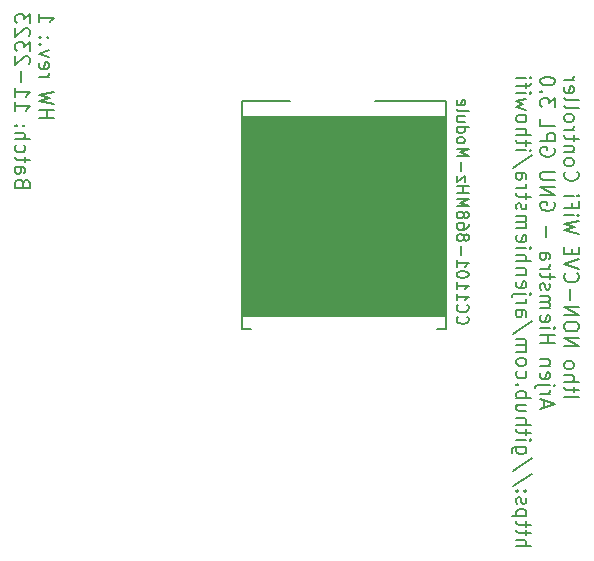
<source format=gbo>
G04 #@! TF.GenerationSoftware,KiCad,Pcbnew,(7.0.0-0)*
G04 #@! TF.CreationDate,2023-06-06T23:20:23+02:00*
G04 #@! TF.ProjectId,ithowifi_4l,6974686f-7769-4666-995f-346c2e6b6963,rev?*
G04 #@! TF.SameCoordinates,Original*
G04 #@! TF.FileFunction,Legend,Bot*
G04 #@! TF.FilePolarity,Positive*
%FSLAX46Y46*%
G04 Gerber Fmt 4.6, Leading zero omitted, Abs format (unit mm)*
G04 Created by KiCad (PCBNEW (7.0.0-0)) date 2023-06-06 23:20:23*
%MOMM*%
%LPD*%
G01*
G04 APERTURE LIST*
%ADD10C,0.100000*%
%ADD11C,0.200000*%
%ADD12C,0.150000*%
G04 APERTURE END LIST*
D10*
G36*
X103202000Y-135417558D02*
G01*
X85955400Y-135417558D01*
X85930000Y-118450358D01*
X103202000Y-118450358D01*
X103202000Y-135417558D01*
G37*
X103202000Y-135417558D02*
X85955400Y-135417558D01*
X85930000Y-118450358D01*
X103202000Y-118450358D01*
X103202000Y-135417558D01*
D11*
X113193763Y-142275796D02*
X114439763Y-142275796D01*
X114024430Y-141860463D02*
X114024430Y-141385796D01*
X114439763Y-141682463D02*
X113371763Y-141682463D01*
X113371763Y-141682463D02*
X113253096Y-141623130D01*
X113253096Y-141623130D02*
X113193763Y-141504463D01*
X113193763Y-141504463D02*
X113193763Y-141385796D01*
X113193763Y-140970463D02*
X114439763Y-140970463D01*
X113193763Y-140436463D02*
X113846430Y-140436463D01*
X113846430Y-140436463D02*
X113965096Y-140495796D01*
X113965096Y-140495796D02*
X114024430Y-140614463D01*
X114024430Y-140614463D02*
X114024430Y-140792463D01*
X114024430Y-140792463D02*
X113965096Y-140911130D01*
X113965096Y-140911130D02*
X113905763Y-140970463D01*
X113193763Y-139665130D02*
X113253096Y-139783797D01*
X113253096Y-139783797D02*
X113312430Y-139843130D01*
X113312430Y-139843130D02*
X113431096Y-139902463D01*
X113431096Y-139902463D02*
X113787096Y-139902463D01*
X113787096Y-139902463D02*
X113905763Y-139843130D01*
X113905763Y-139843130D02*
X113965096Y-139783797D01*
X113965096Y-139783797D02*
X114024430Y-139665130D01*
X114024430Y-139665130D02*
X114024430Y-139487130D01*
X114024430Y-139487130D02*
X113965096Y-139368463D01*
X113965096Y-139368463D02*
X113905763Y-139309130D01*
X113905763Y-139309130D02*
X113787096Y-139249797D01*
X113787096Y-139249797D02*
X113431096Y-139249797D01*
X113431096Y-139249797D02*
X113312430Y-139309130D01*
X113312430Y-139309130D02*
X113253096Y-139368463D01*
X113253096Y-139368463D02*
X113193763Y-139487130D01*
X113193763Y-139487130D02*
X113193763Y-139665130D01*
X113193763Y-137968197D02*
X114439763Y-137968197D01*
X114439763Y-137968197D02*
X113193763Y-137256197D01*
X113193763Y-137256197D02*
X114439763Y-137256197D01*
X114439763Y-136425531D02*
X114439763Y-136188197D01*
X114439763Y-136188197D02*
X114380430Y-136069531D01*
X114380430Y-136069531D02*
X114261763Y-135950864D01*
X114261763Y-135950864D02*
X114024430Y-135891531D01*
X114024430Y-135891531D02*
X113609096Y-135891531D01*
X113609096Y-135891531D02*
X113371763Y-135950864D01*
X113371763Y-135950864D02*
X113253096Y-136069531D01*
X113253096Y-136069531D02*
X113193763Y-136188197D01*
X113193763Y-136188197D02*
X113193763Y-136425531D01*
X113193763Y-136425531D02*
X113253096Y-136544197D01*
X113253096Y-136544197D02*
X113371763Y-136662864D01*
X113371763Y-136662864D02*
X113609096Y-136722197D01*
X113609096Y-136722197D02*
X114024430Y-136722197D01*
X114024430Y-136722197D02*
X114261763Y-136662864D01*
X114261763Y-136662864D02*
X114380430Y-136544197D01*
X114380430Y-136544197D02*
X114439763Y-136425531D01*
X113193763Y-135357531D02*
X114439763Y-135357531D01*
X114439763Y-135357531D02*
X113193763Y-134645531D01*
X113193763Y-134645531D02*
X114439763Y-134645531D01*
X113668430Y-134052198D02*
X113668430Y-133102865D01*
X113312430Y-131797531D02*
X113253096Y-131856864D01*
X113253096Y-131856864D02*
X113193763Y-132034864D01*
X113193763Y-132034864D02*
X113193763Y-132153531D01*
X113193763Y-132153531D02*
X113253096Y-132331531D01*
X113253096Y-132331531D02*
X113371763Y-132450198D01*
X113371763Y-132450198D02*
X113490430Y-132509531D01*
X113490430Y-132509531D02*
X113727763Y-132568864D01*
X113727763Y-132568864D02*
X113905763Y-132568864D01*
X113905763Y-132568864D02*
X114143096Y-132509531D01*
X114143096Y-132509531D02*
X114261763Y-132450198D01*
X114261763Y-132450198D02*
X114380430Y-132331531D01*
X114380430Y-132331531D02*
X114439763Y-132153531D01*
X114439763Y-132153531D02*
X114439763Y-132034864D01*
X114439763Y-132034864D02*
X114380430Y-131856864D01*
X114380430Y-131856864D02*
X114321096Y-131797531D01*
X114439763Y-131441531D02*
X113193763Y-131026198D01*
X113193763Y-131026198D02*
X114439763Y-130610864D01*
X113846430Y-130195531D02*
X113846430Y-129780198D01*
X113193763Y-129602198D02*
X113193763Y-130195531D01*
X113193763Y-130195531D02*
X114439763Y-130195531D01*
X114439763Y-130195531D02*
X114439763Y-129602198D01*
X114439763Y-128439265D02*
X113193763Y-128142598D01*
X113193763Y-128142598D02*
X114083763Y-127905265D01*
X114083763Y-127905265D02*
X113193763Y-127667931D01*
X113193763Y-127667931D02*
X114439763Y-127371265D01*
X113193763Y-126896598D02*
X114024430Y-126896598D01*
X114439763Y-126896598D02*
X114380430Y-126955931D01*
X114380430Y-126955931D02*
X114321096Y-126896598D01*
X114321096Y-126896598D02*
X114380430Y-126837265D01*
X114380430Y-126837265D02*
X114439763Y-126896598D01*
X114439763Y-126896598D02*
X114321096Y-126896598D01*
X113846430Y-125887932D02*
X113846430Y-126303265D01*
X113193763Y-126303265D02*
X114439763Y-126303265D01*
X114439763Y-126303265D02*
X114439763Y-125709932D01*
X113193763Y-125235265D02*
X114024430Y-125235265D01*
X114439763Y-125235265D02*
X114380430Y-125294598D01*
X114380430Y-125294598D02*
X114321096Y-125235265D01*
X114321096Y-125235265D02*
X114380430Y-125175932D01*
X114380430Y-125175932D02*
X114439763Y-125235265D01*
X114439763Y-125235265D02*
X114321096Y-125235265D01*
X113312430Y-123182332D02*
X113253096Y-123241665D01*
X113253096Y-123241665D02*
X113193763Y-123419665D01*
X113193763Y-123419665D02*
X113193763Y-123538332D01*
X113193763Y-123538332D02*
X113253096Y-123716332D01*
X113253096Y-123716332D02*
X113371763Y-123834999D01*
X113371763Y-123834999D02*
X113490430Y-123894332D01*
X113490430Y-123894332D02*
X113727763Y-123953665D01*
X113727763Y-123953665D02*
X113905763Y-123953665D01*
X113905763Y-123953665D02*
X114143096Y-123894332D01*
X114143096Y-123894332D02*
X114261763Y-123834999D01*
X114261763Y-123834999D02*
X114380430Y-123716332D01*
X114380430Y-123716332D02*
X114439763Y-123538332D01*
X114439763Y-123538332D02*
X114439763Y-123419665D01*
X114439763Y-123419665D02*
X114380430Y-123241665D01*
X114380430Y-123241665D02*
X114321096Y-123182332D01*
X113193763Y-122470332D02*
X113253096Y-122588999D01*
X113253096Y-122588999D02*
X113312430Y-122648332D01*
X113312430Y-122648332D02*
X113431096Y-122707665D01*
X113431096Y-122707665D02*
X113787096Y-122707665D01*
X113787096Y-122707665D02*
X113905763Y-122648332D01*
X113905763Y-122648332D02*
X113965096Y-122588999D01*
X113965096Y-122588999D02*
X114024430Y-122470332D01*
X114024430Y-122470332D02*
X114024430Y-122292332D01*
X114024430Y-122292332D02*
X113965096Y-122173665D01*
X113965096Y-122173665D02*
X113905763Y-122114332D01*
X113905763Y-122114332D02*
X113787096Y-122054999D01*
X113787096Y-122054999D02*
X113431096Y-122054999D01*
X113431096Y-122054999D02*
X113312430Y-122114332D01*
X113312430Y-122114332D02*
X113253096Y-122173665D01*
X113253096Y-122173665D02*
X113193763Y-122292332D01*
X113193763Y-122292332D02*
X113193763Y-122470332D01*
X114024430Y-121520999D02*
X113193763Y-121520999D01*
X113905763Y-121520999D02*
X113965096Y-121461666D01*
X113965096Y-121461666D02*
X114024430Y-121342999D01*
X114024430Y-121342999D02*
X114024430Y-121164999D01*
X114024430Y-121164999D02*
X113965096Y-121046332D01*
X113965096Y-121046332D02*
X113846430Y-120986999D01*
X113846430Y-120986999D02*
X113193763Y-120986999D01*
X114024430Y-120571666D02*
X114024430Y-120096999D01*
X114439763Y-120393666D02*
X113371763Y-120393666D01*
X113371763Y-120393666D02*
X113253096Y-120334333D01*
X113253096Y-120334333D02*
X113193763Y-120215666D01*
X113193763Y-120215666D02*
X113193763Y-120096999D01*
X113193763Y-119681666D02*
X114024430Y-119681666D01*
X113787096Y-119681666D02*
X113905763Y-119622333D01*
X113905763Y-119622333D02*
X113965096Y-119562999D01*
X113965096Y-119562999D02*
X114024430Y-119444333D01*
X114024430Y-119444333D02*
X114024430Y-119325666D01*
X113193763Y-118732333D02*
X113253096Y-118851000D01*
X113253096Y-118851000D02*
X113312430Y-118910333D01*
X113312430Y-118910333D02*
X113431096Y-118969666D01*
X113431096Y-118969666D02*
X113787096Y-118969666D01*
X113787096Y-118969666D02*
X113905763Y-118910333D01*
X113905763Y-118910333D02*
X113965096Y-118851000D01*
X113965096Y-118851000D02*
X114024430Y-118732333D01*
X114024430Y-118732333D02*
X114024430Y-118554333D01*
X114024430Y-118554333D02*
X113965096Y-118435666D01*
X113965096Y-118435666D02*
X113905763Y-118376333D01*
X113905763Y-118376333D02*
X113787096Y-118317000D01*
X113787096Y-118317000D02*
X113431096Y-118317000D01*
X113431096Y-118317000D02*
X113312430Y-118376333D01*
X113312430Y-118376333D02*
X113253096Y-118435666D01*
X113253096Y-118435666D02*
X113193763Y-118554333D01*
X113193763Y-118554333D02*
X113193763Y-118732333D01*
X113193763Y-117605000D02*
X113253096Y-117723667D01*
X113253096Y-117723667D02*
X113371763Y-117783000D01*
X113371763Y-117783000D02*
X114439763Y-117783000D01*
X113193763Y-116952333D02*
X113253096Y-117071000D01*
X113253096Y-117071000D02*
X113371763Y-117130333D01*
X113371763Y-117130333D02*
X114439763Y-117130333D01*
X113253096Y-116002999D02*
X113193763Y-116121666D01*
X113193763Y-116121666D02*
X113193763Y-116358999D01*
X113193763Y-116358999D02*
X113253096Y-116477666D01*
X113253096Y-116477666D02*
X113371763Y-116536999D01*
X113371763Y-116536999D02*
X113846430Y-116536999D01*
X113846430Y-116536999D02*
X113965096Y-116477666D01*
X113965096Y-116477666D02*
X114024430Y-116358999D01*
X114024430Y-116358999D02*
X114024430Y-116121666D01*
X114024430Y-116121666D02*
X113965096Y-116002999D01*
X113965096Y-116002999D02*
X113846430Y-115943666D01*
X113846430Y-115943666D02*
X113727763Y-115943666D01*
X113727763Y-115943666D02*
X113609096Y-116536999D01*
X113193763Y-115409666D02*
X114024430Y-115409666D01*
X113787096Y-115409666D02*
X113905763Y-115350333D01*
X113905763Y-115350333D02*
X113965096Y-115290999D01*
X113965096Y-115290999D02*
X114024430Y-115172333D01*
X114024430Y-115172333D02*
X114024430Y-115053666D01*
X111531243Y-143177664D02*
X111531243Y-142584331D01*
X111175243Y-143296331D02*
X112421243Y-142880998D01*
X112421243Y-142880998D02*
X111175243Y-142465664D01*
X111175243Y-142050331D02*
X112005910Y-142050331D01*
X111768576Y-142050331D02*
X111887243Y-141990998D01*
X111887243Y-141990998D02*
X111946576Y-141931664D01*
X111946576Y-141931664D02*
X112005910Y-141812998D01*
X112005910Y-141812998D02*
X112005910Y-141694331D01*
X112005910Y-141278998D02*
X110937910Y-141278998D01*
X110937910Y-141278998D02*
X110819243Y-141338331D01*
X110819243Y-141338331D02*
X110759910Y-141456998D01*
X110759910Y-141456998D02*
X110759910Y-141516331D01*
X112421243Y-141278998D02*
X112361910Y-141338331D01*
X112361910Y-141338331D02*
X112302576Y-141278998D01*
X112302576Y-141278998D02*
X112361910Y-141219665D01*
X112361910Y-141219665D02*
X112421243Y-141278998D01*
X112421243Y-141278998D02*
X112302576Y-141278998D01*
X111234576Y-140210998D02*
X111175243Y-140329665D01*
X111175243Y-140329665D02*
X111175243Y-140566998D01*
X111175243Y-140566998D02*
X111234576Y-140685665D01*
X111234576Y-140685665D02*
X111353243Y-140744998D01*
X111353243Y-140744998D02*
X111827910Y-140744998D01*
X111827910Y-140744998D02*
X111946576Y-140685665D01*
X111946576Y-140685665D02*
X112005910Y-140566998D01*
X112005910Y-140566998D02*
X112005910Y-140329665D01*
X112005910Y-140329665D02*
X111946576Y-140210998D01*
X111946576Y-140210998D02*
X111827910Y-140151665D01*
X111827910Y-140151665D02*
X111709243Y-140151665D01*
X111709243Y-140151665D02*
X111590576Y-140744998D01*
X112005910Y-139617665D02*
X111175243Y-139617665D01*
X111887243Y-139617665D02*
X111946576Y-139558332D01*
X111946576Y-139558332D02*
X112005910Y-139439665D01*
X112005910Y-139439665D02*
X112005910Y-139261665D01*
X112005910Y-139261665D02*
X111946576Y-139142998D01*
X111946576Y-139142998D02*
X111827910Y-139083665D01*
X111827910Y-139083665D02*
X111175243Y-139083665D01*
X111175243Y-137742732D02*
X112421243Y-137742732D01*
X111827910Y-137742732D02*
X111827910Y-137030732D01*
X111175243Y-137030732D02*
X112421243Y-137030732D01*
X111175243Y-136437399D02*
X112005910Y-136437399D01*
X112421243Y-136437399D02*
X112361910Y-136496732D01*
X112361910Y-136496732D02*
X112302576Y-136437399D01*
X112302576Y-136437399D02*
X112361910Y-136378066D01*
X112361910Y-136378066D02*
X112421243Y-136437399D01*
X112421243Y-136437399D02*
X112302576Y-136437399D01*
X111234576Y-135369399D02*
X111175243Y-135488066D01*
X111175243Y-135488066D02*
X111175243Y-135725399D01*
X111175243Y-135725399D02*
X111234576Y-135844066D01*
X111234576Y-135844066D02*
X111353243Y-135903399D01*
X111353243Y-135903399D02*
X111827910Y-135903399D01*
X111827910Y-135903399D02*
X111946576Y-135844066D01*
X111946576Y-135844066D02*
X112005910Y-135725399D01*
X112005910Y-135725399D02*
X112005910Y-135488066D01*
X112005910Y-135488066D02*
X111946576Y-135369399D01*
X111946576Y-135369399D02*
X111827910Y-135310066D01*
X111827910Y-135310066D02*
X111709243Y-135310066D01*
X111709243Y-135310066D02*
X111590576Y-135903399D01*
X111175243Y-134776066D02*
X112005910Y-134776066D01*
X111887243Y-134776066D02*
X111946576Y-134716733D01*
X111946576Y-134716733D02*
X112005910Y-134598066D01*
X112005910Y-134598066D02*
X112005910Y-134420066D01*
X112005910Y-134420066D02*
X111946576Y-134301399D01*
X111946576Y-134301399D02*
X111827910Y-134242066D01*
X111827910Y-134242066D02*
X111175243Y-134242066D01*
X111827910Y-134242066D02*
X111946576Y-134182733D01*
X111946576Y-134182733D02*
X112005910Y-134064066D01*
X112005910Y-134064066D02*
X112005910Y-133886066D01*
X112005910Y-133886066D02*
X111946576Y-133767399D01*
X111946576Y-133767399D02*
X111827910Y-133708066D01*
X111827910Y-133708066D02*
X111175243Y-133708066D01*
X111234576Y-133174066D02*
X111175243Y-133055400D01*
X111175243Y-133055400D02*
X111175243Y-132818066D01*
X111175243Y-132818066D02*
X111234576Y-132699400D01*
X111234576Y-132699400D02*
X111353243Y-132640066D01*
X111353243Y-132640066D02*
X111412576Y-132640066D01*
X111412576Y-132640066D02*
X111531243Y-132699400D01*
X111531243Y-132699400D02*
X111590576Y-132818066D01*
X111590576Y-132818066D02*
X111590576Y-132996066D01*
X111590576Y-132996066D02*
X111649910Y-133114733D01*
X111649910Y-133114733D02*
X111768576Y-133174066D01*
X111768576Y-133174066D02*
X111827910Y-133174066D01*
X111827910Y-133174066D02*
X111946576Y-133114733D01*
X111946576Y-133114733D02*
X112005910Y-132996066D01*
X112005910Y-132996066D02*
X112005910Y-132818066D01*
X112005910Y-132818066D02*
X111946576Y-132699400D01*
X112005910Y-132284066D02*
X112005910Y-131809399D01*
X112421243Y-132106066D02*
X111353243Y-132106066D01*
X111353243Y-132106066D02*
X111234576Y-132046733D01*
X111234576Y-132046733D02*
X111175243Y-131928066D01*
X111175243Y-131928066D02*
X111175243Y-131809399D01*
X111175243Y-131394066D02*
X112005910Y-131394066D01*
X111768576Y-131394066D02*
X111887243Y-131334733D01*
X111887243Y-131334733D02*
X111946576Y-131275399D01*
X111946576Y-131275399D02*
X112005910Y-131156733D01*
X112005910Y-131156733D02*
X112005910Y-131038066D01*
X111175243Y-130088733D02*
X111827910Y-130088733D01*
X111827910Y-130088733D02*
X111946576Y-130148066D01*
X111946576Y-130148066D02*
X112005910Y-130266733D01*
X112005910Y-130266733D02*
X112005910Y-130504066D01*
X112005910Y-130504066D02*
X111946576Y-130622733D01*
X111234576Y-130088733D02*
X111175243Y-130207400D01*
X111175243Y-130207400D02*
X111175243Y-130504066D01*
X111175243Y-130504066D02*
X111234576Y-130622733D01*
X111234576Y-130622733D02*
X111353243Y-130682066D01*
X111353243Y-130682066D02*
X111471910Y-130682066D01*
X111471910Y-130682066D02*
X111590576Y-130622733D01*
X111590576Y-130622733D02*
X111649910Y-130504066D01*
X111649910Y-130504066D02*
X111649910Y-130207400D01*
X111649910Y-130207400D02*
X111709243Y-130088733D01*
X111649910Y-128747800D02*
X111649910Y-127798467D01*
X112361910Y-125804866D02*
X112421243Y-125923533D01*
X112421243Y-125923533D02*
X112421243Y-126101533D01*
X112421243Y-126101533D02*
X112361910Y-126279533D01*
X112361910Y-126279533D02*
X112243243Y-126398200D01*
X112243243Y-126398200D02*
X112124576Y-126457533D01*
X112124576Y-126457533D02*
X111887243Y-126516866D01*
X111887243Y-126516866D02*
X111709243Y-126516866D01*
X111709243Y-126516866D02*
X111471910Y-126457533D01*
X111471910Y-126457533D02*
X111353243Y-126398200D01*
X111353243Y-126398200D02*
X111234576Y-126279533D01*
X111234576Y-126279533D02*
X111175243Y-126101533D01*
X111175243Y-126101533D02*
X111175243Y-125982866D01*
X111175243Y-125982866D02*
X111234576Y-125804866D01*
X111234576Y-125804866D02*
X111293910Y-125745533D01*
X111293910Y-125745533D02*
X111709243Y-125745533D01*
X111709243Y-125745533D02*
X111709243Y-125982866D01*
X111175243Y-125211533D02*
X112421243Y-125211533D01*
X112421243Y-125211533D02*
X111175243Y-124499533D01*
X111175243Y-124499533D02*
X112421243Y-124499533D01*
X112421243Y-123906200D02*
X111412576Y-123906200D01*
X111412576Y-123906200D02*
X111293910Y-123846867D01*
X111293910Y-123846867D02*
X111234576Y-123787533D01*
X111234576Y-123787533D02*
X111175243Y-123668867D01*
X111175243Y-123668867D02*
X111175243Y-123431533D01*
X111175243Y-123431533D02*
X111234576Y-123312867D01*
X111234576Y-123312867D02*
X111293910Y-123253533D01*
X111293910Y-123253533D02*
X111412576Y-123194200D01*
X111412576Y-123194200D02*
X112421243Y-123194200D01*
X112361910Y-121200600D02*
X112421243Y-121319267D01*
X112421243Y-121319267D02*
X112421243Y-121497267D01*
X112421243Y-121497267D02*
X112361910Y-121675267D01*
X112361910Y-121675267D02*
X112243243Y-121793934D01*
X112243243Y-121793934D02*
X112124576Y-121853267D01*
X112124576Y-121853267D02*
X111887243Y-121912600D01*
X111887243Y-121912600D02*
X111709243Y-121912600D01*
X111709243Y-121912600D02*
X111471910Y-121853267D01*
X111471910Y-121853267D02*
X111353243Y-121793934D01*
X111353243Y-121793934D02*
X111234576Y-121675267D01*
X111234576Y-121675267D02*
X111175243Y-121497267D01*
X111175243Y-121497267D02*
X111175243Y-121378600D01*
X111175243Y-121378600D02*
X111234576Y-121200600D01*
X111234576Y-121200600D02*
X111293910Y-121141267D01*
X111293910Y-121141267D02*
X111709243Y-121141267D01*
X111709243Y-121141267D02*
X111709243Y-121378600D01*
X111175243Y-120607267D02*
X112421243Y-120607267D01*
X112421243Y-120607267D02*
X112421243Y-120132600D01*
X112421243Y-120132600D02*
X112361910Y-120013934D01*
X112361910Y-120013934D02*
X112302576Y-119954600D01*
X112302576Y-119954600D02*
X112183910Y-119895267D01*
X112183910Y-119895267D02*
X112005910Y-119895267D01*
X112005910Y-119895267D02*
X111887243Y-119954600D01*
X111887243Y-119954600D02*
X111827910Y-120013934D01*
X111827910Y-120013934D02*
X111768576Y-120132600D01*
X111768576Y-120132600D02*
X111768576Y-120607267D01*
X111175243Y-118767934D02*
X111175243Y-119361267D01*
X111175243Y-119361267D02*
X112421243Y-119361267D01*
X112421243Y-117723667D02*
X112421243Y-116952333D01*
X112421243Y-116952333D02*
X111946576Y-117367667D01*
X111946576Y-117367667D02*
X111946576Y-117189667D01*
X111946576Y-117189667D02*
X111887243Y-117071000D01*
X111887243Y-117071000D02*
X111827910Y-117011667D01*
X111827910Y-117011667D02*
X111709243Y-116952333D01*
X111709243Y-116952333D02*
X111412576Y-116952333D01*
X111412576Y-116952333D02*
X111293910Y-117011667D01*
X111293910Y-117011667D02*
X111234576Y-117071000D01*
X111234576Y-117071000D02*
X111175243Y-117189667D01*
X111175243Y-117189667D02*
X111175243Y-117545667D01*
X111175243Y-117545667D02*
X111234576Y-117664333D01*
X111234576Y-117664333D02*
X111293910Y-117723667D01*
X111293910Y-116418333D02*
X111234576Y-116359000D01*
X111234576Y-116359000D02*
X111175243Y-116418333D01*
X111175243Y-116418333D02*
X111234576Y-116477666D01*
X111234576Y-116477666D02*
X111293910Y-116418333D01*
X111293910Y-116418333D02*
X111175243Y-116418333D01*
X112421243Y-115587667D02*
X112421243Y-115469000D01*
X112421243Y-115469000D02*
X112361910Y-115350333D01*
X112361910Y-115350333D02*
X112302576Y-115291000D01*
X112302576Y-115291000D02*
X112183910Y-115231667D01*
X112183910Y-115231667D02*
X111946576Y-115172333D01*
X111946576Y-115172333D02*
X111649910Y-115172333D01*
X111649910Y-115172333D02*
X111412576Y-115231667D01*
X111412576Y-115231667D02*
X111293910Y-115291000D01*
X111293910Y-115291000D02*
X111234576Y-115350333D01*
X111234576Y-115350333D02*
X111175243Y-115469000D01*
X111175243Y-115469000D02*
X111175243Y-115587667D01*
X111175243Y-115587667D02*
X111234576Y-115706333D01*
X111234576Y-115706333D02*
X111293910Y-115765667D01*
X111293910Y-115765667D02*
X111412576Y-115825000D01*
X111412576Y-115825000D02*
X111649910Y-115884333D01*
X111649910Y-115884333D02*
X111946576Y-115884333D01*
X111946576Y-115884333D02*
X112183910Y-115825000D01*
X112183910Y-115825000D02*
X112302576Y-115765667D01*
X112302576Y-115765667D02*
X112361910Y-115706333D01*
X112361910Y-115706333D02*
X112421243Y-115587667D01*
X109156723Y-154925657D02*
X110402723Y-154925657D01*
X109156723Y-154391657D02*
X109809390Y-154391657D01*
X109809390Y-154391657D02*
X109928056Y-154450990D01*
X109928056Y-154450990D02*
X109987390Y-154569657D01*
X109987390Y-154569657D02*
X109987390Y-154747657D01*
X109987390Y-154747657D02*
X109928056Y-154866324D01*
X109928056Y-154866324D02*
X109868723Y-154925657D01*
X109987390Y-153976324D02*
X109987390Y-153501657D01*
X110402723Y-153798324D02*
X109334723Y-153798324D01*
X109334723Y-153798324D02*
X109216056Y-153738991D01*
X109216056Y-153738991D02*
X109156723Y-153620324D01*
X109156723Y-153620324D02*
X109156723Y-153501657D01*
X109987390Y-153264324D02*
X109987390Y-152789657D01*
X110402723Y-153086324D02*
X109334723Y-153086324D01*
X109334723Y-153086324D02*
X109216056Y-153026991D01*
X109216056Y-153026991D02*
X109156723Y-152908324D01*
X109156723Y-152908324D02*
X109156723Y-152789657D01*
X109987390Y-152374324D02*
X108741390Y-152374324D01*
X109928056Y-152374324D02*
X109987390Y-152255657D01*
X109987390Y-152255657D02*
X109987390Y-152018324D01*
X109987390Y-152018324D02*
X109928056Y-151899657D01*
X109928056Y-151899657D02*
X109868723Y-151840324D01*
X109868723Y-151840324D02*
X109750056Y-151780991D01*
X109750056Y-151780991D02*
X109394056Y-151780991D01*
X109394056Y-151780991D02*
X109275390Y-151840324D01*
X109275390Y-151840324D02*
X109216056Y-151899657D01*
X109216056Y-151899657D02*
X109156723Y-152018324D01*
X109156723Y-152018324D02*
X109156723Y-152255657D01*
X109156723Y-152255657D02*
X109216056Y-152374324D01*
X109216056Y-151306324D02*
X109156723Y-151187658D01*
X109156723Y-151187658D02*
X109156723Y-150950324D01*
X109156723Y-150950324D02*
X109216056Y-150831658D01*
X109216056Y-150831658D02*
X109334723Y-150772324D01*
X109334723Y-150772324D02*
X109394056Y-150772324D01*
X109394056Y-150772324D02*
X109512723Y-150831658D01*
X109512723Y-150831658D02*
X109572056Y-150950324D01*
X109572056Y-150950324D02*
X109572056Y-151128324D01*
X109572056Y-151128324D02*
X109631390Y-151246991D01*
X109631390Y-151246991D02*
X109750056Y-151306324D01*
X109750056Y-151306324D02*
X109809390Y-151306324D01*
X109809390Y-151306324D02*
X109928056Y-151246991D01*
X109928056Y-151246991D02*
X109987390Y-151128324D01*
X109987390Y-151128324D02*
X109987390Y-150950324D01*
X109987390Y-150950324D02*
X109928056Y-150831658D01*
X109275390Y-150238324D02*
X109216056Y-150178991D01*
X109216056Y-150178991D02*
X109156723Y-150238324D01*
X109156723Y-150238324D02*
X109216056Y-150297657D01*
X109216056Y-150297657D02*
X109275390Y-150238324D01*
X109275390Y-150238324D02*
X109156723Y-150238324D01*
X109928056Y-150238324D02*
X109868723Y-150178991D01*
X109868723Y-150178991D02*
X109809390Y-150238324D01*
X109809390Y-150238324D02*
X109868723Y-150297657D01*
X109868723Y-150297657D02*
X109928056Y-150238324D01*
X109928056Y-150238324D02*
X109809390Y-150238324D01*
X110462056Y-148754991D02*
X108860056Y-149822991D01*
X110462056Y-147449658D02*
X108860056Y-148517658D01*
X109987390Y-146500325D02*
X108978723Y-146500325D01*
X108978723Y-146500325D02*
X108860056Y-146559658D01*
X108860056Y-146559658D02*
X108800723Y-146618992D01*
X108800723Y-146618992D02*
X108741390Y-146737658D01*
X108741390Y-146737658D02*
X108741390Y-146915658D01*
X108741390Y-146915658D02*
X108800723Y-147034325D01*
X109216056Y-146500325D02*
X109156723Y-146618992D01*
X109156723Y-146618992D02*
X109156723Y-146856325D01*
X109156723Y-146856325D02*
X109216056Y-146974992D01*
X109216056Y-146974992D02*
X109275390Y-147034325D01*
X109275390Y-147034325D02*
X109394056Y-147093658D01*
X109394056Y-147093658D02*
X109750056Y-147093658D01*
X109750056Y-147093658D02*
X109868723Y-147034325D01*
X109868723Y-147034325D02*
X109928056Y-146974992D01*
X109928056Y-146974992D02*
X109987390Y-146856325D01*
X109987390Y-146856325D02*
X109987390Y-146618992D01*
X109987390Y-146618992D02*
X109928056Y-146500325D01*
X109156723Y-145906992D02*
X109987390Y-145906992D01*
X110402723Y-145906992D02*
X110343390Y-145966325D01*
X110343390Y-145966325D02*
X110284056Y-145906992D01*
X110284056Y-145906992D02*
X110343390Y-145847659D01*
X110343390Y-145847659D02*
X110402723Y-145906992D01*
X110402723Y-145906992D02*
X110284056Y-145906992D01*
X109987390Y-145491659D02*
X109987390Y-145016992D01*
X110402723Y-145313659D02*
X109334723Y-145313659D01*
X109334723Y-145313659D02*
X109216056Y-145254326D01*
X109216056Y-145254326D02*
X109156723Y-145135659D01*
X109156723Y-145135659D02*
X109156723Y-145016992D01*
X109156723Y-144601659D02*
X110402723Y-144601659D01*
X109156723Y-144067659D02*
X109809390Y-144067659D01*
X109809390Y-144067659D02*
X109928056Y-144126992D01*
X109928056Y-144126992D02*
X109987390Y-144245659D01*
X109987390Y-144245659D02*
X109987390Y-144423659D01*
X109987390Y-144423659D02*
X109928056Y-144542326D01*
X109928056Y-144542326D02*
X109868723Y-144601659D01*
X109987390Y-142940326D02*
X109156723Y-142940326D01*
X109987390Y-143474326D02*
X109334723Y-143474326D01*
X109334723Y-143474326D02*
X109216056Y-143414993D01*
X109216056Y-143414993D02*
X109156723Y-143296326D01*
X109156723Y-143296326D02*
X109156723Y-143118326D01*
X109156723Y-143118326D02*
X109216056Y-142999659D01*
X109216056Y-142999659D02*
X109275390Y-142940326D01*
X109156723Y-142346993D02*
X110402723Y-142346993D01*
X109928056Y-142346993D02*
X109987390Y-142228326D01*
X109987390Y-142228326D02*
X109987390Y-141990993D01*
X109987390Y-141990993D02*
X109928056Y-141872326D01*
X109928056Y-141872326D02*
X109868723Y-141812993D01*
X109868723Y-141812993D02*
X109750056Y-141753660D01*
X109750056Y-141753660D02*
X109394056Y-141753660D01*
X109394056Y-141753660D02*
X109275390Y-141812993D01*
X109275390Y-141812993D02*
X109216056Y-141872326D01*
X109216056Y-141872326D02*
X109156723Y-141990993D01*
X109156723Y-141990993D02*
X109156723Y-142228326D01*
X109156723Y-142228326D02*
X109216056Y-142346993D01*
X109275390Y-141219660D02*
X109216056Y-141160327D01*
X109216056Y-141160327D02*
X109156723Y-141219660D01*
X109156723Y-141219660D02*
X109216056Y-141278993D01*
X109216056Y-141278993D02*
X109275390Y-141219660D01*
X109275390Y-141219660D02*
X109156723Y-141219660D01*
X109216056Y-140092327D02*
X109156723Y-140210994D01*
X109156723Y-140210994D02*
X109156723Y-140448327D01*
X109156723Y-140448327D02*
X109216056Y-140566994D01*
X109216056Y-140566994D02*
X109275390Y-140626327D01*
X109275390Y-140626327D02*
X109394056Y-140685660D01*
X109394056Y-140685660D02*
X109750056Y-140685660D01*
X109750056Y-140685660D02*
X109868723Y-140626327D01*
X109868723Y-140626327D02*
X109928056Y-140566994D01*
X109928056Y-140566994D02*
X109987390Y-140448327D01*
X109987390Y-140448327D02*
X109987390Y-140210994D01*
X109987390Y-140210994D02*
X109928056Y-140092327D01*
X109156723Y-139380327D02*
X109216056Y-139498994D01*
X109216056Y-139498994D02*
X109275390Y-139558327D01*
X109275390Y-139558327D02*
X109394056Y-139617660D01*
X109394056Y-139617660D02*
X109750056Y-139617660D01*
X109750056Y-139617660D02*
X109868723Y-139558327D01*
X109868723Y-139558327D02*
X109928056Y-139498994D01*
X109928056Y-139498994D02*
X109987390Y-139380327D01*
X109987390Y-139380327D02*
X109987390Y-139202327D01*
X109987390Y-139202327D02*
X109928056Y-139083660D01*
X109928056Y-139083660D02*
X109868723Y-139024327D01*
X109868723Y-139024327D02*
X109750056Y-138964994D01*
X109750056Y-138964994D02*
X109394056Y-138964994D01*
X109394056Y-138964994D02*
X109275390Y-139024327D01*
X109275390Y-139024327D02*
X109216056Y-139083660D01*
X109216056Y-139083660D02*
X109156723Y-139202327D01*
X109156723Y-139202327D02*
X109156723Y-139380327D01*
X109156723Y-138430994D02*
X109987390Y-138430994D01*
X109868723Y-138430994D02*
X109928056Y-138371661D01*
X109928056Y-138371661D02*
X109987390Y-138252994D01*
X109987390Y-138252994D02*
X109987390Y-138074994D01*
X109987390Y-138074994D02*
X109928056Y-137956327D01*
X109928056Y-137956327D02*
X109809390Y-137896994D01*
X109809390Y-137896994D02*
X109156723Y-137896994D01*
X109809390Y-137896994D02*
X109928056Y-137837661D01*
X109928056Y-137837661D02*
X109987390Y-137718994D01*
X109987390Y-137718994D02*
X109987390Y-137540994D01*
X109987390Y-137540994D02*
X109928056Y-137422327D01*
X109928056Y-137422327D02*
X109809390Y-137362994D01*
X109809390Y-137362994D02*
X109156723Y-137362994D01*
X110462056Y-135879661D02*
X108860056Y-136947661D01*
X109156723Y-134930328D02*
X109809390Y-134930328D01*
X109809390Y-134930328D02*
X109928056Y-134989661D01*
X109928056Y-134989661D02*
X109987390Y-135108328D01*
X109987390Y-135108328D02*
X109987390Y-135345661D01*
X109987390Y-135345661D02*
X109928056Y-135464328D01*
X109216056Y-134930328D02*
X109156723Y-135048995D01*
X109156723Y-135048995D02*
X109156723Y-135345661D01*
X109156723Y-135345661D02*
X109216056Y-135464328D01*
X109216056Y-135464328D02*
X109334723Y-135523661D01*
X109334723Y-135523661D02*
X109453390Y-135523661D01*
X109453390Y-135523661D02*
X109572056Y-135464328D01*
X109572056Y-135464328D02*
X109631390Y-135345661D01*
X109631390Y-135345661D02*
X109631390Y-135048995D01*
X109631390Y-135048995D02*
X109690723Y-134930328D01*
X109156723Y-134336995D02*
X109987390Y-134336995D01*
X109750056Y-134336995D02*
X109868723Y-134277662D01*
X109868723Y-134277662D02*
X109928056Y-134218328D01*
X109928056Y-134218328D02*
X109987390Y-134099662D01*
X109987390Y-134099662D02*
X109987390Y-133980995D01*
X109987390Y-133565662D02*
X108919390Y-133565662D01*
X108919390Y-133565662D02*
X108800723Y-133624995D01*
X108800723Y-133624995D02*
X108741390Y-133743662D01*
X108741390Y-133743662D02*
X108741390Y-133802995D01*
X110402723Y-133565662D02*
X110343390Y-133624995D01*
X110343390Y-133624995D02*
X110284056Y-133565662D01*
X110284056Y-133565662D02*
X110343390Y-133506329D01*
X110343390Y-133506329D02*
X110402723Y-133565662D01*
X110402723Y-133565662D02*
X110284056Y-133565662D01*
X109216056Y-132497662D02*
X109156723Y-132616329D01*
X109156723Y-132616329D02*
X109156723Y-132853662D01*
X109156723Y-132853662D02*
X109216056Y-132972329D01*
X109216056Y-132972329D02*
X109334723Y-133031662D01*
X109334723Y-133031662D02*
X109809390Y-133031662D01*
X109809390Y-133031662D02*
X109928056Y-132972329D01*
X109928056Y-132972329D02*
X109987390Y-132853662D01*
X109987390Y-132853662D02*
X109987390Y-132616329D01*
X109987390Y-132616329D02*
X109928056Y-132497662D01*
X109928056Y-132497662D02*
X109809390Y-132438329D01*
X109809390Y-132438329D02*
X109690723Y-132438329D01*
X109690723Y-132438329D02*
X109572056Y-133031662D01*
X109987390Y-131904329D02*
X109156723Y-131904329D01*
X109868723Y-131904329D02*
X109928056Y-131844996D01*
X109928056Y-131844996D02*
X109987390Y-131726329D01*
X109987390Y-131726329D02*
X109987390Y-131548329D01*
X109987390Y-131548329D02*
X109928056Y-131429662D01*
X109928056Y-131429662D02*
X109809390Y-131370329D01*
X109809390Y-131370329D02*
X109156723Y-131370329D01*
X109156723Y-130776996D02*
X110402723Y-130776996D01*
X109156723Y-130242996D02*
X109809390Y-130242996D01*
X109809390Y-130242996D02*
X109928056Y-130302329D01*
X109928056Y-130302329D02*
X109987390Y-130420996D01*
X109987390Y-130420996D02*
X109987390Y-130598996D01*
X109987390Y-130598996D02*
X109928056Y-130717663D01*
X109928056Y-130717663D02*
X109868723Y-130776996D01*
X109156723Y-129649663D02*
X109987390Y-129649663D01*
X110402723Y-129649663D02*
X110343390Y-129708996D01*
X110343390Y-129708996D02*
X110284056Y-129649663D01*
X110284056Y-129649663D02*
X110343390Y-129590330D01*
X110343390Y-129590330D02*
X110402723Y-129649663D01*
X110402723Y-129649663D02*
X110284056Y-129649663D01*
X109216056Y-128581663D02*
X109156723Y-128700330D01*
X109156723Y-128700330D02*
X109156723Y-128937663D01*
X109156723Y-128937663D02*
X109216056Y-129056330D01*
X109216056Y-129056330D02*
X109334723Y-129115663D01*
X109334723Y-129115663D02*
X109809390Y-129115663D01*
X109809390Y-129115663D02*
X109928056Y-129056330D01*
X109928056Y-129056330D02*
X109987390Y-128937663D01*
X109987390Y-128937663D02*
X109987390Y-128700330D01*
X109987390Y-128700330D02*
X109928056Y-128581663D01*
X109928056Y-128581663D02*
X109809390Y-128522330D01*
X109809390Y-128522330D02*
X109690723Y-128522330D01*
X109690723Y-128522330D02*
X109572056Y-129115663D01*
X109156723Y-127988330D02*
X109987390Y-127988330D01*
X109868723Y-127988330D02*
X109928056Y-127928997D01*
X109928056Y-127928997D02*
X109987390Y-127810330D01*
X109987390Y-127810330D02*
X109987390Y-127632330D01*
X109987390Y-127632330D02*
X109928056Y-127513663D01*
X109928056Y-127513663D02*
X109809390Y-127454330D01*
X109809390Y-127454330D02*
X109156723Y-127454330D01*
X109809390Y-127454330D02*
X109928056Y-127394997D01*
X109928056Y-127394997D02*
X109987390Y-127276330D01*
X109987390Y-127276330D02*
X109987390Y-127098330D01*
X109987390Y-127098330D02*
X109928056Y-126979663D01*
X109928056Y-126979663D02*
X109809390Y-126920330D01*
X109809390Y-126920330D02*
X109156723Y-126920330D01*
X109216056Y-126386330D02*
X109156723Y-126267664D01*
X109156723Y-126267664D02*
X109156723Y-126030330D01*
X109156723Y-126030330D02*
X109216056Y-125911664D01*
X109216056Y-125911664D02*
X109334723Y-125852330D01*
X109334723Y-125852330D02*
X109394056Y-125852330D01*
X109394056Y-125852330D02*
X109512723Y-125911664D01*
X109512723Y-125911664D02*
X109572056Y-126030330D01*
X109572056Y-126030330D02*
X109572056Y-126208330D01*
X109572056Y-126208330D02*
X109631390Y-126326997D01*
X109631390Y-126326997D02*
X109750056Y-126386330D01*
X109750056Y-126386330D02*
X109809390Y-126386330D01*
X109809390Y-126386330D02*
X109928056Y-126326997D01*
X109928056Y-126326997D02*
X109987390Y-126208330D01*
X109987390Y-126208330D02*
X109987390Y-126030330D01*
X109987390Y-126030330D02*
X109928056Y-125911664D01*
X109987390Y-125496330D02*
X109987390Y-125021663D01*
X110402723Y-125318330D02*
X109334723Y-125318330D01*
X109334723Y-125318330D02*
X109216056Y-125258997D01*
X109216056Y-125258997D02*
X109156723Y-125140330D01*
X109156723Y-125140330D02*
X109156723Y-125021663D01*
X109156723Y-124606330D02*
X109987390Y-124606330D01*
X109750056Y-124606330D02*
X109868723Y-124546997D01*
X109868723Y-124546997D02*
X109928056Y-124487663D01*
X109928056Y-124487663D02*
X109987390Y-124368997D01*
X109987390Y-124368997D02*
X109987390Y-124250330D01*
X109156723Y-123300997D02*
X109809390Y-123300997D01*
X109809390Y-123300997D02*
X109928056Y-123360330D01*
X109928056Y-123360330D02*
X109987390Y-123478997D01*
X109987390Y-123478997D02*
X109987390Y-123716330D01*
X109987390Y-123716330D02*
X109928056Y-123834997D01*
X109216056Y-123300997D02*
X109156723Y-123419664D01*
X109156723Y-123419664D02*
X109156723Y-123716330D01*
X109156723Y-123716330D02*
X109216056Y-123834997D01*
X109216056Y-123834997D02*
X109334723Y-123894330D01*
X109334723Y-123894330D02*
X109453390Y-123894330D01*
X109453390Y-123894330D02*
X109572056Y-123834997D01*
X109572056Y-123834997D02*
X109631390Y-123716330D01*
X109631390Y-123716330D02*
X109631390Y-123419664D01*
X109631390Y-123419664D02*
X109690723Y-123300997D01*
X110462056Y-121817664D02*
X108860056Y-122885664D01*
X109156723Y-121402331D02*
X109987390Y-121402331D01*
X110402723Y-121402331D02*
X110343390Y-121461664D01*
X110343390Y-121461664D02*
X110284056Y-121402331D01*
X110284056Y-121402331D02*
X110343390Y-121342998D01*
X110343390Y-121342998D02*
X110402723Y-121402331D01*
X110402723Y-121402331D02*
X110284056Y-121402331D01*
X109987390Y-120986998D02*
X109987390Y-120512331D01*
X110402723Y-120808998D02*
X109334723Y-120808998D01*
X109334723Y-120808998D02*
X109216056Y-120749665D01*
X109216056Y-120749665D02*
X109156723Y-120630998D01*
X109156723Y-120630998D02*
X109156723Y-120512331D01*
X109156723Y-120096998D02*
X110402723Y-120096998D01*
X109156723Y-119562998D02*
X109809390Y-119562998D01*
X109809390Y-119562998D02*
X109928056Y-119622331D01*
X109928056Y-119622331D02*
X109987390Y-119740998D01*
X109987390Y-119740998D02*
X109987390Y-119918998D01*
X109987390Y-119918998D02*
X109928056Y-120037665D01*
X109928056Y-120037665D02*
X109868723Y-120096998D01*
X109156723Y-118791665D02*
X109216056Y-118910332D01*
X109216056Y-118910332D02*
X109275390Y-118969665D01*
X109275390Y-118969665D02*
X109394056Y-119028998D01*
X109394056Y-119028998D02*
X109750056Y-119028998D01*
X109750056Y-119028998D02*
X109868723Y-118969665D01*
X109868723Y-118969665D02*
X109928056Y-118910332D01*
X109928056Y-118910332D02*
X109987390Y-118791665D01*
X109987390Y-118791665D02*
X109987390Y-118613665D01*
X109987390Y-118613665D02*
X109928056Y-118494998D01*
X109928056Y-118494998D02*
X109868723Y-118435665D01*
X109868723Y-118435665D02*
X109750056Y-118376332D01*
X109750056Y-118376332D02*
X109394056Y-118376332D01*
X109394056Y-118376332D02*
X109275390Y-118435665D01*
X109275390Y-118435665D02*
X109216056Y-118494998D01*
X109216056Y-118494998D02*
X109156723Y-118613665D01*
X109156723Y-118613665D02*
X109156723Y-118791665D01*
X109987390Y-117960999D02*
X109156723Y-117723665D01*
X109156723Y-117723665D02*
X109750056Y-117486332D01*
X109750056Y-117486332D02*
X109156723Y-117248999D01*
X109156723Y-117248999D02*
X109987390Y-117011665D01*
X109156723Y-116536999D02*
X109987390Y-116536999D01*
X110402723Y-116536999D02*
X110343390Y-116596332D01*
X110343390Y-116596332D02*
X110284056Y-116536999D01*
X110284056Y-116536999D02*
X110343390Y-116477666D01*
X110343390Y-116477666D02*
X110402723Y-116536999D01*
X110402723Y-116536999D02*
X110284056Y-116536999D01*
X109987390Y-116121666D02*
X109987390Y-115646999D01*
X109156723Y-115943666D02*
X110224723Y-115943666D01*
X110224723Y-115943666D02*
X110343390Y-115884333D01*
X110343390Y-115884333D02*
X110402723Y-115765666D01*
X110402723Y-115765666D02*
X110402723Y-115646999D01*
X109156723Y-115231666D02*
X109987390Y-115231666D01*
X110402723Y-115231666D02*
X110343390Y-115290999D01*
X110343390Y-115290999D02*
X110284056Y-115231666D01*
X110284056Y-115231666D02*
X110343390Y-115172333D01*
X110343390Y-115172333D02*
X110402723Y-115231666D01*
X110402723Y-115231666D02*
X110284056Y-115231666D01*
X68750503Y-118690865D02*
X69996503Y-118690865D01*
X69403170Y-118690865D02*
X69403170Y-117978865D01*
X68750503Y-117978865D02*
X69996503Y-117978865D01*
X69996503Y-117504199D02*
X68750503Y-117207532D01*
X68750503Y-117207532D02*
X69640503Y-116970199D01*
X69640503Y-116970199D02*
X68750503Y-116732865D01*
X68750503Y-116732865D02*
X69996503Y-116436199D01*
X68750503Y-115213932D02*
X69581170Y-115213932D01*
X69343836Y-115213932D02*
X69462503Y-115154599D01*
X69462503Y-115154599D02*
X69521836Y-115095265D01*
X69521836Y-115095265D02*
X69581170Y-114976599D01*
X69581170Y-114976599D02*
X69581170Y-114857932D01*
X68809836Y-113967932D02*
X68750503Y-114086599D01*
X68750503Y-114086599D02*
X68750503Y-114323932D01*
X68750503Y-114323932D02*
X68809836Y-114442599D01*
X68809836Y-114442599D02*
X68928503Y-114501932D01*
X68928503Y-114501932D02*
X69403170Y-114501932D01*
X69403170Y-114501932D02*
X69521836Y-114442599D01*
X69521836Y-114442599D02*
X69581170Y-114323932D01*
X69581170Y-114323932D02*
X69581170Y-114086599D01*
X69581170Y-114086599D02*
X69521836Y-113967932D01*
X69521836Y-113967932D02*
X69403170Y-113908599D01*
X69403170Y-113908599D02*
X69284503Y-113908599D01*
X69284503Y-113908599D02*
X69165836Y-114501932D01*
X69581170Y-113493266D02*
X68750503Y-113196599D01*
X68750503Y-113196599D02*
X69581170Y-112899932D01*
X68869170Y-112425266D02*
X68809836Y-112365933D01*
X68809836Y-112365933D02*
X68750503Y-112425266D01*
X68750503Y-112425266D02*
X68809836Y-112484599D01*
X68809836Y-112484599D02*
X68869170Y-112425266D01*
X68869170Y-112425266D02*
X68750503Y-112425266D01*
X68869170Y-111831933D02*
X68809836Y-111772600D01*
X68809836Y-111772600D02*
X68750503Y-111831933D01*
X68750503Y-111831933D02*
X68809836Y-111891266D01*
X68809836Y-111891266D02*
X68869170Y-111831933D01*
X68869170Y-111831933D02*
X68750503Y-111831933D01*
X69521836Y-111831933D02*
X69462503Y-111772600D01*
X69462503Y-111772600D02*
X69403170Y-111831933D01*
X69403170Y-111831933D02*
X69462503Y-111891266D01*
X69462503Y-111891266D02*
X69521836Y-111831933D01*
X69521836Y-111831933D02*
X69403170Y-111831933D01*
X68750503Y-109838333D02*
X68750503Y-110550333D01*
X68750503Y-110194333D02*
X69996503Y-110194333D01*
X69996503Y-110194333D02*
X69818503Y-110313000D01*
X69818503Y-110313000D02*
X69699836Y-110431667D01*
X69699836Y-110431667D02*
X69640503Y-110550333D01*
X67384650Y-124173268D02*
X67325316Y-123995268D01*
X67325316Y-123995268D02*
X67265983Y-123935934D01*
X67265983Y-123935934D02*
X67147316Y-123876601D01*
X67147316Y-123876601D02*
X66969316Y-123876601D01*
X66969316Y-123876601D02*
X66850650Y-123935934D01*
X66850650Y-123935934D02*
X66791316Y-123995268D01*
X66791316Y-123995268D02*
X66731983Y-124113934D01*
X66731983Y-124113934D02*
X66731983Y-124588601D01*
X66731983Y-124588601D02*
X67977983Y-124588601D01*
X67977983Y-124588601D02*
X67977983Y-124173268D01*
X67977983Y-124173268D02*
X67918650Y-124054601D01*
X67918650Y-124054601D02*
X67859316Y-123995268D01*
X67859316Y-123995268D02*
X67740650Y-123935934D01*
X67740650Y-123935934D02*
X67621983Y-123935934D01*
X67621983Y-123935934D02*
X67503316Y-123995268D01*
X67503316Y-123995268D02*
X67443983Y-124054601D01*
X67443983Y-124054601D02*
X67384650Y-124173268D01*
X67384650Y-124173268D02*
X67384650Y-124588601D01*
X66731983Y-122808601D02*
X67384650Y-122808601D01*
X67384650Y-122808601D02*
X67503316Y-122867934D01*
X67503316Y-122867934D02*
X67562650Y-122986601D01*
X67562650Y-122986601D02*
X67562650Y-123223934D01*
X67562650Y-123223934D02*
X67503316Y-123342601D01*
X66791316Y-122808601D02*
X66731983Y-122927268D01*
X66731983Y-122927268D02*
X66731983Y-123223934D01*
X66731983Y-123223934D02*
X66791316Y-123342601D01*
X66791316Y-123342601D02*
X66909983Y-123401934D01*
X66909983Y-123401934D02*
X67028650Y-123401934D01*
X67028650Y-123401934D02*
X67147316Y-123342601D01*
X67147316Y-123342601D02*
X67206650Y-123223934D01*
X67206650Y-123223934D02*
X67206650Y-122927268D01*
X67206650Y-122927268D02*
X67265983Y-122808601D01*
X67562650Y-122393268D02*
X67562650Y-121918601D01*
X67977983Y-122215268D02*
X66909983Y-122215268D01*
X66909983Y-122215268D02*
X66791316Y-122155935D01*
X66791316Y-122155935D02*
X66731983Y-122037268D01*
X66731983Y-122037268D02*
X66731983Y-121918601D01*
X66791316Y-120969268D02*
X66731983Y-121087935D01*
X66731983Y-121087935D02*
X66731983Y-121325268D01*
X66731983Y-121325268D02*
X66791316Y-121443935D01*
X66791316Y-121443935D02*
X66850650Y-121503268D01*
X66850650Y-121503268D02*
X66969316Y-121562601D01*
X66969316Y-121562601D02*
X67325316Y-121562601D01*
X67325316Y-121562601D02*
X67443983Y-121503268D01*
X67443983Y-121503268D02*
X67503316Y-121443935D01*
X67503316Y-121443935D02*
X67562650Y-121325268D01*
X67562650Y-121325268D02*
X67562650Y-121087935D01*
X67562650Y-121087935D02*
X67503316Y-120969268D01*
X66731983Y-120435268D02*
X67977983Y-120435268D01*
X66731983Y-119901268D02*
X67384650Y-119901268D01*
X67384650Y-119901268D02*
X67503316Y-119960601D01*
X67503316Y-119960601D02*
X67562650Y-120079268D01*
X67562650Y-120079268D02*
X67562650Y-120257268D01*
X67562650Y-120257268D02*
X67503316Y-120375935D01*
X67503316Y-120375935D02*
X67443983Y-120435268D01*
X66850650Y-119307935D02*
X66791316Y-119248602D01*
X66791316Y-119248602D02*
X66731983Y-119307935D01*
X66731983Y-119307935D02*
X66791316Y-119367268D01*
X66791316Y-119367268D02*
X66850650Y-119307935D01*
X66850650Y-119307935D02*
X66731983Y-119307935D01*
X67503316Y-119307935D02*
X67443983Y-119248602D01*
X67443983Y-119248602D02*
X67384650Y-119307935D01*
X67384650Y-119307935D02*
X67443983Y-119367268D01*
X67443983Y-119367268D02*
X67503316Y-119307935D01*
X67503316Y-119307935D02*
X67384650Y-119307935D01*
X66731983Y-117314335D02*
X66731983Y-118026335D01*
X66731983Y-117670335D02*
X67977983Y-117670335D01*
X67977983Y-117670335D02*
X67799983Y-117789002D01*
X67799983Y-117789002D02*
X67681316Y-117907669D01*
X67681316Y-117907669D02*
X67621983Y-118026335D01*
X66731983Y-116127668D02*
X66731983Y-116839668D01*
X66731983Y-116483668D02*
X67977983Y-116483668D01*
X67977983Y-116483668D02*
X67799983Y-116602335D01*
X67799983Y-116602335D02*
X67681316Y-116721002D01*
X67681316Y-116721002D02*
X67621983Y-116839668D01*
X67206650Y-115593668D02*
X67206650Y-114644335D01*
X67859316Y-114110334D02*
X67918650Y-114051001D01*
X67918650Y-114051001D02*
X67977983Y-113932334D01*
X67977983Y-113932334D02*
X67977983Y-113635668D01*
X67977983Y-113635668D02*
X67918650Y-113517001D01*
X67918650Y-113517001D02*
X67859316Y-113457668D01*
X67859316Y-113457668D02*
X67740650Y-113398334D01*
X67740650Y-113398334D02*
X67621983Y-113398334D01*
X67621983Y-113398334D02*
X67443983Y-113457668D01*
X67443983Y-113457668D02*
X66731983Y-114169668D01*
X66731983Y-114169668D02*
X66731983Y-113398334D01*
X67977983Y-112983001D02*
X67977983Y-112211667D01*
X67977983Y-112211667D02*
X67503316Y-112627001D01*
X67503316Y-112627001D02*
X67503316Y-112449001D01*
X67503316Y-112449001D02*
X67443983Y-112330334D01*
X67443983Y-112330334D02*
X67384650Y-112271001D01*
X67384650Y-112271001D02*
X67265983Y-112211667D01*
X67265983Y-112211667D02*
X66969316Y-112211667D01*
X66969316Y-112211667D02*
X66850650Y-112271001D01*
X66850650Y-112271001D02*
X66791316Y-112330334D01*
X66791316Y-112330334D02*
X66731983Y-112449001D01*
X66731983Y-112449001D02*
X66731983Y-112805001D01*
X66731983Y-112805001D02*
X66791316Y-112923667D01*
X66791316Y-112923667D02*
X66850650Y-112983001D01*
X67859316Y-111737000D02*
X67918650Y-111677667D01*
X67918650Y-111677667D02*
X67977983Y-111559000D01*
X67977983Y-111559000D02*
X67977983Y-111262334D01*
X67977983Y-111262334D02*
X67918650Y-111143667D01*
X67918650Y-111143667D02*
X67859316Y-111084334D01*
X67859316Y-111084334D02*
X67740650Y-111025000D01*
X67740650Y-111025000D02*
X67621983Y-111025000D01*
X67621983Y-111025000D02*
X67443983Y-111084334D01*
X67443983Y-111084334D02*
X66731983Y-111796334D01*
X66731983Y-111796334D02*
X66731983Y-111025000D01*
X67977983Y-110609667D02*
X67977983Y-109838333D01*
X67977983Y-109838333D02*
X67503316Y-110253667D01*
X67503316Y-110253667D02*
X67503316Y-110075667D01*
X67503316Y-110075667D02*
X67443983Y-109957000D01*
X67443983Y-109957000D02*
X67384650Y-109897667D01*
X67384650Y-109897667D02*
X67265983Y-109838333D01*
X67265983Y-109838333D02*
X66969316Y-109838333D01*
X66969316Y-109838333D02*
X66850650Y-109897667D01*
X66850650Y-109897667D02*
X66791316Y-109957000D01*
X66791316Y-109957000D02*
X66731983Y-110075667D01*
X66731983Y-110075667D02*
X66731983Y-110431667D01*
X66731983Y-110431667D02*
X66791316Y-110550333D01*
X66791316Y-110550333D02*
X66850650Y-110609667D01*
D12*
X104203848Y-135474298D02*
X104156229Y-135521917D01*
X104156229Y-135521917D02*
X104108610Y-135664774D01*
X104108610Y-135664774D02*
X104108610Y-135760012D01*
X104108610Y-135760012D02*
X104156229Y-135902869D01*
X104156229Y-135902869D02*
X104251467Y-135998107D01*
X104251467Y-135998107D02*
X104346705Y-136045726D01*
X104346705Y-136045726D02*
X104537181Y-136093345D01*
X104537181Y-136093345D02*
X104680038Y-136093345D01*
X104680038Y-136093345D02*
X104870514Y-136045726D01*
X104870514Y-136045726D02*
X104965752Y-135998107D01*
X104965752Y-135998107D02*
X105060991Y-135902869D01*
X105060991Y-135902869D02*
X105108610Y-135760012D01*
X105108610Y-135760012D02*
X105108610Y-135664774D01*
X105108610Y-135664774D02*
X105060991Y-135521917D01*
X105060991Y-135521917D02*
X105013371Y-135474298D01*
X104203848Y-134474298D02*
X104156229Y-134521917D01*
X104156229Y-134521917D02*
X104108610Y-134664774D01*
X104108610Y-134664774D02*
X104108610Y-134760012D01*
X104108610Y-134760012D02*
X104156229Y-134902869D01*
X104156229Y-134902869D02*
X104251467Y-134998107D01*
X104251467Y-134998107D02*
X104346705Y-135045726D01*
X104346705Y-135045726D02*
X104537181Y-135093345D01*
X104537181Y-135093345D02*
X104680038Y-135093345D01*
X104680038Y-135093345D02*
X104870514Y-135045726D01*
X104870514Y-135045726D02*
X104965752Y-134998107D01*
X104965752Y-134998107D02*
X105060991Y-134902869D01*
X105060991Y-134902869D02*
X105108610Y-134760012D01*
X105108610Y-134760012D02*
X105108610Y-134664774D01*
X105108610Y-134664774D02*
X105060991Y-134521917D01*
X105060991Y-134521917D02*
X105013371Y-134474298D01*
X104108610Y-133521917D02*
X104108610Y-134093345D01*
X104108610Y-133807631D02*
X105108610Y-133807631D01*
X105108610Y-133807631D02*
X104965752Y-133902869D01*
X104965752Y-133902869D02*
X104870514Y-133998107D01*
X104870514Y-133998107D02*
X104822895Y-134093345D01*
X104108610Y-132569536D02*
X104108610Y-133140964D01*
X104108610Y-132855250D02*
X105108610Y-132855250D01*
X105108610Y-132855250D02*
X104965752Y-132950488D01*
X104965752Y-132950488D02*
X104870514Y-133045726D01*
X104870514Y-133045726D02*
X104822895Y-133140964D01*
X105108610Y-131950488D02*
X105108610Y-131855250D01*
X105108610Y-131855250D02*
X105060991Y-131760012D01*
X105060991Y-131760012D02*
X105013371Y-131712393D01*
X105013371Y-131712393D02*
X104918133Y-131664774D01*
X104918133Y-131664774D02*
X104727657Y-131617155D01*
X104727657Y-131617155D02*
X104489562Y-131617155D01*
X104489562Y-131617155D02*
X104299086Y-131664774D01*
X104299086Y-131664774D02*
X104203848Y-131712393D01*
X104203848Y-131712393D02*
X104156229Y-131760012D01*
X104156229Y-131760012D02*
X104108610Y-131855250D01*
X104108610Y-131855250D02*
X104108610Y-131950488D01*
X104108610Y-131950488D02*
X104156229Y-132045726D01*
X104156229Y-132045726D02*
X104203848Y-132093345D01*
X104203848Y-132093345D02*
X104299086Y-132140964D01*
X104299086Y-132140964D02*
X104489562Y-132188583D01*
X104489562Y-132188583D02*
X104727657Y-132188583D01*
X104727657Y-132188583D02*
X104918133Y-132140964D01*
X104918133Y-132140964D02*
X105013371Y-132093345D01*
X105013371Y-132093345D02*
X105060991Y-132045726D01*
X105060991Y-132045726D02*
X105108610Y-131950488D01*
X104108610Y-130664774D02*
X104108610Y-131236202D01*
X104108610Y-130950488D02*
X105108610Y-130950488D01*
X105108610Y-130950488D02*
X104965752Y-131045726D01*
X104965752Y-131045726D02*
X104870514Y-131140964D01*
X104870514Y-131140964D02*
X104822895Y-131236202D01*
X104489562Y-130236202D02*
X104489562Y-129474298D01*
X104680038Y-128855250D02*
X104727657Y-128950488D01*
X104727657Y-128950488D02*
X104775276Y-128998107D01*
X104775276Y-128998107D02*
X104870514Y-129045726D01*
X104870514Y-129045726D02*
X104918133Y-129045726D01*
X104918133Y-129045726D02*
X105013371Y-128998107D01*
X105013371Y-128998107D02*
X105060991Y-128950488D01*
X105060991Y-128950488D02*
X105108610Y-128855250D01*
X105108610Y-128855250D02*
X105108610Y-128664774D01*
X105108610Y-128664774D02*
X105060991Y-128569536D01*
X105060991Y-128569536D02*
X105013371Y-128521917D01*
X105013371Y-128521917D02*
X104918133Y-128474298D01*
X104918133Y-128474298D02*
X104870514Y-128474298D01*
X104870514Y-128474298D02*
X104775276Y-128521917D01*
X104775276Y-128521917D02*
X104727657Y-128569536D01*
X104727657Y-128569536D02*
X104680038Y-128664774D01*
X104680038Y-128664774D02*
X104680038Y-128855250D01*
X104680038Y-128855250D02*
X104632419Y-128950488D01*
X104632419Y-128950488D02*
X104584800Y-128998107D01*
X104584800Y-128998107D02*
X104489562Y-129045726D01*
X104489562Y-129045726D02*
X104299086Y-129045726D01*
X104299086Y-129045726D02*
X104203848Y-128998107D01*
X104203848Y-128998107D02*
X104156229Y-128950488D01*
X104156229Y-128950488D02*
X104108610Y-128855250D01*
X104108610Y-128855250D02*
X104108610Y-128664774D01*
X104108610Y-128664774D02*
X104156229Y-128569536D01*
X104156229Y-128569536D02*
X104203848Y-128521917D01*
X104203848Y-128521917D02*
X104299086Y-128474298D01*
X104299086Y-128474298D02*
X104489562Y-128474298D01*
X104489562Y-128474298D02*
X104584800Y-128521917D01*
X104584800Y-128521917D02*
X104632419Y-128569536D01*
X104632419Y-128569536D02*
X104680038Y-128664774D01*
X105108610Y-127617155D02*
X105108610Y-127807631D01*
X105108610Y-127807631D02*
X105060991Y-127902869D01*
X105060991Y-127902869D02*
X105013371Y-127950488D01*
X105013371Y-127950488D02*
X104870514Y-128045726D01*
X104870514Y-128045726D02*
X104680038Y-128093345D01*
X104680038Y-128093345D02*
X104299086Y-128093345D01*
X104299086Y-128093345D02*
X104203848Y-128045726D01*
X104203848Y-128045726D02*
X104156229Y-127998107D01*
X104156229Y-127998107D02*
X104108610Y-127902869D01*
X104108610Y-127902869D02*
X104108610Y-127712393D01*
X104108610Y-127712393D02*
X104156229Y-127617155D01*
X104156229Y-127617155D02*
X104203848Y-127569536D01*
X104203848Y-127569536D02*
X104299086Y-127521917D01*
X104299086Y-127521917D02*
X104537181Y-127521917D01*
X104537181Y-127521917D02*
X104632419Y-127569536D01*
X104632419Y-127569536D02*
X104680038Y-127617155D01*
X104680038Y-127617155D02*
X104727657Y-127712393D01*
X104727657Y-127712393D02*
X104727657Y-127902869D01*
X104727657Y-127902869D02*
X104680038Y-127998107D01*
X104680038Y-127998107D02*
X104632419Y-128045726D01*
X104632419Y-128045726D02*
X104537181Y-128093345D01*
X104680038Y-126950488D02*
X104727657Y-127045726D01*
X104727657Y-127045726D02*
X104775276Y-127093345D01*
X104775276Y-127093345D02*
X104870514Y-127140964D01*
X104870514Y-127140964D02*
X104918133Y-127140964D01*
X104918133Y-127140964D02*
X105013371Y-127093345D01*
X105013371Y-127093345D02*
X105060991Y-127045726D01*
X105060991Y-127045726D02*
X105108610Y-126950488D01*
X105108610Y-126950488D02*
X105108610Y-126760012D01*
X105108610Y-126760012D02*
X105060991Y-126664774D01*
X105060991Y-126664774D02*
X105013371Y-126617155D01*
X105013371Y-126617155D02*
X104918133Y-126569536D01*
X104918133Y-126569536D02*
X104870514Y-126569536D01*
X104870514Y-126569536D02*
X104775276Y-126617155D01*
X104775276Y-126617155D02*
X104727657Y-126664774D01*
X104727657Y-126664774D02*
X104680038Y-126760012D01*
X104680038Y-126760012D02*
X104680038Y-126950488D01*
X104680038Y-126950488D02*
X104632419Y-127045726D01*
X104632419Y-127045726D02*
X104584800Y-127093345D01*
X104584800Y-127093345D02*
X104489562Y-127140964D01*
X104489562Y-127140964D02*
X104299086Y-127140964D01*
X104299086Y-127140964D02*
X104203848Y-127093345D01*
X104203848Y-127093345D02*
X104156229Y-127045726D01*
X104156229Y-127045726D02*
X104108610Y-126950488D01*
X104108610Y-126950488D02*
X104108610Y-126760012D01*
X104108610Y-126760012D02*
X104156229Y-126664774D01*
X104156229Y-126664774D02*
X104203848Y-126617155D01*
X104203848Y-126617155D02*
X104299086Y-126569536D01*
X104299086Y-126569536D02*
X104489562Y-126569536D01*
X104489562Y-126569536D02*
X104584800Y-126617155D01*
X104584800Y-126617155D02*
X104632419Y-126664774D01*
X104632419Y-126664774D02*
X104680038Y-126760012D01*
X104108610Y-126140964D02*
X105108610Y-126140964D01*
X105108610Y-126140964D02*
X104394324Y-125807631D01*
X104394324Y-125807631D02*
X105108610Y-125474298D01*
X105108610Y-125474298D02*
X104108610Y-125474298D01*
X104108610Y-124998107D02*
X105108610Y-124998107D01*
X104632419Y-124998107D02*
X104632419Y-124426679D01*
X104108610Y-124426679D02*
X105108610Y-124426679D01*
X104775276Y-124045726D02*
X104775276Y-123521917D01*
X104775276Y-123521917D02*
X104108610Y-124045726D01*
X104108610Y-124045726D02*
X104108610Y-123521917D01*
X104489562Y-123140964D02*
X104489562Y-122379060D01*
X104108610Y-121902869D02*
X105108610Y-121902869D01*
X105108610Y-121902869D02*
X104394324Y-121569536D01*
X104394324Y-121569536D02*
X105108610Y-121236203D01*
X105108610Y-121236203D02*
X104108610Y-121236203D01*
X104108610Y-120617155D02*
X104156229Y-120712393D01*
X104156229Y-120712393D02*
X104203848Y-120760012D01*
X104203848Y-120760012D02*
X104299086Y-120807631D01*
X104299086Y-120807631D02*
X104584800Y-120807631D01*
X104584800Y-120807631D02*
X104680038Y-120760012D01*
X104680038Y-120760012D02*
X104727657Y-120712393D01*
X104727657Y-120712393D02*
X104775276Y-120617155D01*
X104775276Y-120617155D02*
X104775276Y-120474298D01*
X104775276Y-120474298D02*
X104727657Y-120379060D01*
X104727657Y-120379060D02*
X104680038Y-120331441D01*
X104680038Y-120331441D02*
X104584800Y-120283822D01*
X104584800Y-120283822D02*
X104299086Y-120283822D01*
X104299086Y-120283822D02*
X104203848Y-120331441D01*
X104203848Y-120331441D02*
X104156229Y-120379060D01*
X104156229Y-120379060D02*
X104108610Y-120474298D01*
X104108610Y-120474298D02*
X104108610Y-120617155D01*
X104108610Y-119426679D02*
X105108610Y-119426679D01*
X104156229Y-119426679D02*
X104108610Y-119521917D01*
X104108610Y-119521917D02*
X104108610Y-119712393D01*
X104108610Y-119712393D02*
X104156229Y-119807631D01*
X104156229Y-119807631D02*
X104203848Y-119855250D01*
X104203848Y-119855250D02*
X104299086Y-119902869D01*
X104299086Y-119902869D02*
X104584800Y-119902869D01*
X104584800Y-119902869D02*
X104680038Y-119855250D01*
X104680038Y-119855250D02*
X104727657Y-119807631D01*
X104727657Y-119807631D02*
X104775276Y-119712393D01*
X104775276Y-119712393D02*
X104775276Y-119521917D01*
X104775276Y-119521917D02*
X104727657Y-119426679D01*
X104775276Y-118521917D02*
X104108610Y-118521917D01*
X104775276Y-118950488D02*
X104251467Y-118950488D01*
X104251467Y-118950488D02*
X104156229Y-118902869D01*
X104156229Y-118902869D02*
X104108610Y-118807631D01*
X104108610Y-118807631D02*
X104108610Y-118664774D01*
X104108610Y-118664774D02*
X104156229Y-118569536D01*
X104156229Y-118569536D02*
X104203848Y-118521917D01*
X104108610Y-117902869D02*
X104156229Y-117998107D01*
X104156229Y-117998107D02*
X104251467Y-118045726D01*
X104251467Y-118045726D02*
X105108610Y-118045726D01*
X104156229Y-117140964D02*
X104108610Y-117236202D01*
X104108610Y-117236202D02*
X104108610Y-117426678D01*
X104108610Y-117426678D02*
X104156229Y-117521916D01*
X104156229Y-117521916D02*
X104251467Y-117569535D01*
X104251467Y-117569535D02*
X104632419Y-117569535D01*
X104632419Y-117569535D02*
X104727657Y-117521916D01*
X104727657Y-117521916D02*
X104775276Y-117426678D01*
X104775276Y-117426678D02*
X104775276Y-117236202D01*
X104775276Y-117236202D02*
X104727657Y-117140964D01*
X104727657Y-117140964D02*
X104632419Y-117093345D01*
X104632419Y-117093345D02*
X104537181Y-117093345D01*
X104537181Y-117093345D02*
X104441943Y-117569535D01*
X85920000Y-117197358D02*
X85920000Y-136497358D01*
X85920000Y-136497358D02*
X86670000Y-136497358D01*
X89945000Y-117197358D02*
X85920000Y-117197358D01*
X103220000Y-136497358D02*
X103220000Y-117197358D01*
X103220000Y-117197358D02*
X97195000Y-117197358D01*
X102470000Y-136497358D02*
X103220000Y-136497358D01*
M02*

</source>
